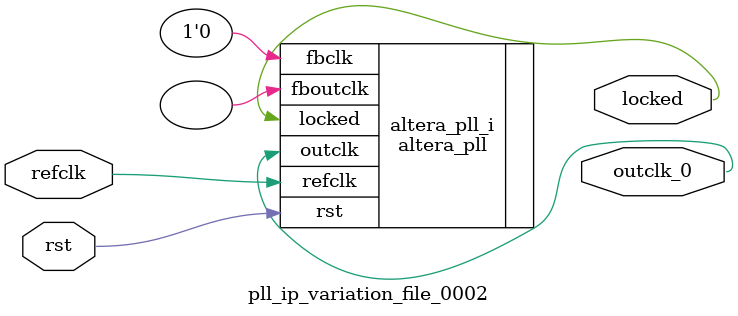
<source format=v>
`timescale 1ns/10ps
module  pll_ip_variation_file_0002(

	// interface 'refclk'
	input wire refclk,

	// interface 'reset'
	input wire rst,

	// interface 'outclk0'
	output wire outclk_0,

	// interface 'locked'
	output wire locked
);

	altera_pll #(
		.fractional_vco_multiplier("false"),
		.reference_clock_frequency("60.0 MHz"),
		.operation_mode("direct"),
		.number_of_clocks(1),
		.output_clock_frequency0("2.000000 MHz"),
		.phase_shift0("0 ps"),
		.duty_cycle0(50),
		.output_clock_frequency1("0 MHz"),
		.phase_shift1("0 ps"),
		.duty_cycle1(50),
		.output_clock_frequency2("0 MHz"),
		.phase_shift2("0 ps"),
		.duty_cycle2(50),
		.output_clock_frequency3("0 MHz"),
		.phase_shift3("0 ps"),
		.duty_cycle3(50),
		.output_clock_frequency4("0 MHz"),
		.phase_shift4("0 ps"),
		.duty_cycle4(50),
		.output_clock_frequency5("0 MHz"),
		.phase_shift5("0 ps"),
		.duty_cycle5(50),
		.output_clock_frequency6("0 MHz"),
		.phase_shift6("0 ps"),
		.duty_cycle6(50),
		.output_clock_frequency7("0 MHz"),
		.phase_shift7("0 ps"),
		.duty_cycle7(50),
		.output_clock_frequency8("0 MHz"),
		.phase_shift8("0 ps"),
		.duty_cycle8(50),
		.output_clock_frequency9("0 MHz"),
		.phase_shift9("0 ps"),
		.duty_cycle9(50),
		.output_clock_frequency10("0 MHz"),
		.phase_shift10("0 ps"),
		.duty_cycle10(50),
		.output_clock_frequency11("0 MHz"),
		.phase_shift11("0 ps"),
		.duty_cycle11(50),
		.output_clock_frequency12("0 MHz"),
		.phase_shift12("0 ps"),
		.duty_cycle12(50),
		.output_clock_frequency13("0 MHz"),
		.phase_shift13("0 ps"),
		.duty_cycle13(50),
		.output_clock_frequency14("0 MHz"),
		.phase_shift14("0 ps"),
		.duty_cycle14(50),
		.output_clock_frequency15("0 MHz"),
		.phase_shift15("0 ps"),
		.duty_cycle15(50),
		.output_clock_frequency16("0 MHz"),
		.phase_shift16("0 ps"),
		.duty_cycle16(50),
		.output_clock_frequency17("0 MHz"),
		.phase_shift17("0 ps"),
		.duty_cycle17(50),
		.pll_type("General"),
		.pll_subtype("General")
	) altera_pll_i (
		.rst	(rst),
		.outclk	({outclk_0}),
		.locked	(locked),
		.fboutclk	( ),
		.fbclk	(1'b0),
		.refclk	(refclk)
	);
endmodule


</source>
